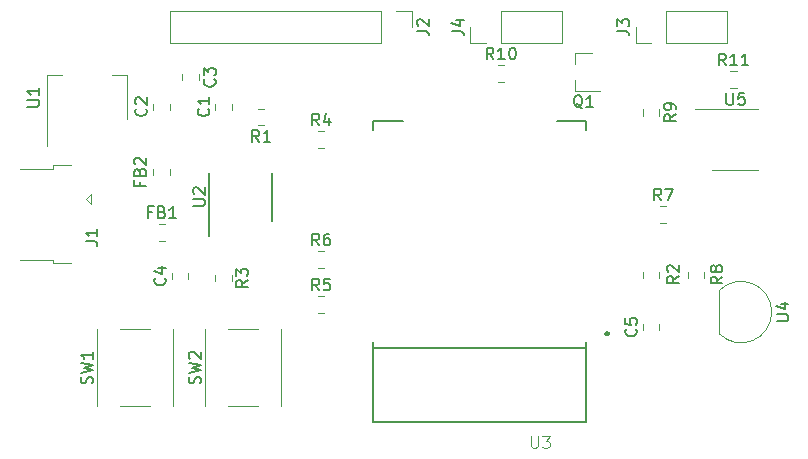
<source format=gbr>
G04 #@! TF.GenerationSoftware,KiCad,Pcbnew,(5.1.4)-1*
G04 #@! TF.CreationDate,2020-02-15T22:34:10+00:00*
G04 #@! TF.ProjectId,ESP32-Telemetry,45535033-322d-4546-956c-656d65747279,rev?*
G04 #@! TF.SameCoordinates,Original*
G04 #@! TF.FileFunction,Legend,Top*
G04 #@! TF.FilePolarity,Positive*
%FSLAX46Y46*%
G04 Gerber Fmt 4.6, Leading zero omitted, Abs format (unit mm)*
G04 Created by KiCad (PCBNEW (5.1.4)-1) date 2020-02-15 22:34:10*
%MOMM*%
%LPD*%
G04 APERTURE LIST*
%ADD10C,0.120000*%
%ADD11C,0.127000*%
%ADD12C,0.300000*%
%ADD13C,0.150000*%
%ADD14C,0.015000*%
G04 APERTURE END LIST*
D10*
X163910000Y-73080000D02*
X163910000Y-70420000D01*
X158770000Y-73080000D02*
X163910000Y-73080000D01*
X158770000Y-70420000D02*
X163910000Y-70420000D01*
X158770000Y-73080000D02*
X158770000Y-70420000D01*
X157500000Y-73080000D02*
X156170000Y-73080000D01*
X156170000Y-73080000D02*
X156170000Y-71750000D01*
X129278748Y-81990000D02*
X129801252Y-81990000D01*
X129278748Y-80570000D02*
X129801252Y-80570000D01*
X116710000Y-83738748D02*
X116710000Y-84261252D01*
X115290000Y-83738748D02*
X115290000Y-84261252D01*
X164615000Y-83840000D02*
X166565000Y-83840000D01*
X164615000Y-83840000D02*
X162665000Y-83840000D01*
X164615000Y-78720000D02*
X166565000Y-78720000D01*
X164615000Y-78720000D02*
X161165000Y-78720000D01*
X151005000Y-73985000D02*
X151005000Y-74915000D01*
X151005000Y-77145000D02*
X151005000Y-76215000D01*
X151005000Y-77145000D02*
X153165000Y-77145000D01*
X151005000Y-73985000D02*
X152465000Y-73985000D01*
X163250000Y-94085000D02*
X163250000Y-97685000D01*
X163261522Y-94046522D02*
G75*
G02X167700000Y-95885000I1838478J-1838478D01*
G01*
X163261522Y-97723478D02*
G75*
G03X167700000Y-95885000I1838478J1838478D01*
G01*
D11*
X151936600Y-98906000D02*
X134016600Y-98906000D01*
X133976600Y-80456000D02*
X133976600Y-79706000D01*
X136476600Y-79706000D02*
X133976600Y-79706000D01*
X151976600Y-79706000D02*
X149476600Y-79706000D01*
X151976600Y-80456000D02*
X151976600Y-79706000D01*
X133976600Y-105206000D02*
X133976600Y-98456000D01*
X151976600Y-105206000D02*
X133976600Y-105206000D01*
X151976600Y-98456000D02*
X151976600Y-105206000D01*
D12*
X153853600Y-97694000D02*
G75*
G03X153853600Y-97694000I-100000J0D01*
G01*
D10*
X160580000Y-92971252D02*
X160580000Y-92448748D01*
X162000000Y-92971252D02*
X162000000Y-92448748D01*
X164203748Y-75490000D02*
X164726252Y-75490000D01*
X164203748Y-76910000D02*
X164726252Y-76910000D01*
X156770000Y-92971252D02*
X156770000Y-92448748D01*
X158190000Y-92971252D02*
X158190000Y-92448748D01*
X121995000Y-78761252D02*
X121995000Y-78238748D01*
X120575000Y-78761252D02*
X120575000Y-78238748D01*
X115290000Y-78761252D02*
X115290000Y-78238748D01*
X116710000Y-78761252D02*
X116710000Y-78238748D01*
X119210000Y-75738748D02*
X119210000Y-76261252D01*
X117790000Y-75738748D02*
X117790000Y-76261252D01*
X116892000Y-93098252D02*
X116892000Y-92575748D01*
X118312000Y-93098252D02*
X118312000Y-92575748D01*
X158190000Y-97416252D02*
X158190000Y-96893748D01*
X156770000Y-97416252D02*
X156770000Y-96893748D01*
X115791348Y-89838600D02*
X116313852Y-89838600D01*
X115791348Y-88418600D02*
X116313852Y-88418600D01*
X106846600Y-83455000D02*
X108396600Y-83455000D01*
X106846600Y-83455000D02*
X106846600Y-83755000D01*
X104046600Y-83755000D02*
X106846600Y-83755000D01*
X106846600Y-91755000D02*
X108396600Y-91755000D01*
X106846600Y-91455000D02*
X106846600Y-91755000D01*
X104046600Y-91455000D02*
X106846600Y-91455000D01*
X110096600Y-86705000D02*
X109646600Y-86305000D01*
X110096600Y-85905000D02*
X110096600Y-86705000D01*
X109646600Y-86305000D02*
X110096600Y-85905000D01*
X116780000Y-70420000D02*
X116780000Y-73080000D01*
X134620000Y-70420000D02*
X116780000Y-70420000D01*
X134620000Y-73080000D02*
X116780000Y-73080000D01*
X134620000Y-70420000D02*
X134620000Y-73080000D01*
X135890000Y-70420000D02*
X137220000Y-70420000D01*
X137220000Y-70420000D02*
X137220000Y-71750000D01*
X142170000Y-73080000D02*
X142170000Y-71750000D01*
X143500000Y-73080000D02*
X142170000Y-73080000D01*
X144770000Y-73080000D02*
X144770000Y-70420000D01*
X144770000Y-70420000D02*
X149910000Y-70420000D01*
X144770000Y-73080000D02*
X149910000Y-73080000D01*
X149910000Y-73080000D02*
X149910000Y-70420000D01*
X124721252Y-80085000D02*
X124198748Y-80085000D01*
X124721252Y-78665000D02*
X124198748Y-78665000D01*
X120540000Y-92738748D02*
X120540000Y-93261252D01*
X121960000Y-92738748D02*
X121960000Y-93261252D01*
X129278748Y-95960000D02*
X129801252Y-95960000D01*
X129278748Y-94540000D02*
X129801252Y-94540000D01*
X129278748Y-90730000D02*
X129801252Y-90730000D01*
X129278748Y-92150000D02*
X129801252Y-92150000D01*
X158243748Y-88340000D02*
X158766252Y-88340000D01*
X158243748Y-86920000D02*
X158766252Y-86920000D01*
X156770000Y-78723748D02*
X156770000Y-79246252D01*
X158190000Y-78723748D02*
X158190000Y-79246252D01*
X144518748Y-74982000D02*
X145041252Y-74982000D01*
X144518748Y-76402000D02*
X145041252Y-76402000D01*
X110562000Y-97354000D02*
X110592000Y-97354000D01*
X117022000Y-97354000D02*
X116992000Y-97354000D01*
X117022000Y-103814000D02*
X116992000Y-103814000D01*
X110592000Y-103814000D02*
X110562000Y-103814000D01*
X112492000Y-97354000D02*
X115092000Y-97354000D01*
X110562000Y-103814000D02*
X110562000Y-97354000D01*
X112492000Y-103814000D02*
X115092000Y-103814000D01*
X117022000Y-103814000D02*
X117022000Y-97354000D01*
X126166000Y-103814000D02*
X126166000Y-97354000D01*
X121636000Y-103814000D02*
X124236000Y-103814000D01*
X119706000Y-103814000D02*
X119706000Y-97354000D01*
X121636000Y-97354000D02*
X124236000Y-97354000D01*
X119736000Y-103814000D02*
X119706000Y-103814000D01*
X126166000Y-103814000D02*
X126136000Y-103814000D01*
X126166000Y-97354000D02*
X126136000Y-97354000D01*
X119706000Y-97354000D02*
X119736000Y-97354000D01*
X113138000Y-75814000D02*
X111878000Y-75814000D01*
X106318000Y-75814000D02*
X107578000Y-75814000D01*
X113138000Y-79574000D02*
X113138000Y-75814000D01*
X106318000Y-81824000D02*
X106318000Y-75814000D01*
D13*
X125425000Y-88130000D02*
X125425000Y-84130000D01*
X120025000Y-89405000D02*
X120025000Y-84130000D01*
X154622380Y-72083333D02*
X155336666Y-72083333D01*
X155479523Y-72130952D01*
X155574761Y-72226190D01*
X155622380Y-72369047D01*
X155622380Y-72464285D01*
X154622380Y-71702380D02*
X154622380Y-71083333D01*
X155003333Y-71416666D01*
X155003333Y-71273809D01*
X155050952Y-71178571D01*
X155098571Y-71130952D01*
X155193809Y-71083333D01*
X155431904Y-71083333D01*
X155527142Y-71130952D01*
X155574761Y-71178571D01*
X155622380Y-71273809D01*
X155622380Y-71559523D01*
X155574761Y-71654761D01*
X155527142Y-71702380D01*
X129373333Y-80082380D02*
X129040000Y-79606190D01*
X128801904Y-80082380D02*
X128801904Y-79082380D01*
X129182857Y-79082380D01*
X129278095Y-79130000D01*
X129325714Y-79177619D01*
X129373333Y-79272857D01*
X129373333Y-79415714D01*
X129325714Y-79510952D01*
X129278095Y-79558571D01*
X129182857Y-79606190D01*
X128801904Y-79606190D01*
X130230476Y-79415714D02*
X130230476Y-80082380D01*
X129992380Y-79034761D02*
X129754285Y-79749047D01*
X130373333Y-79749047D01*
X114175971Y-84858733D02*
X114175971Y-85192066D01*
X114699780Y-85192066D02*
X113699780Y-85192066D01*
X113699780Y-84715876D01*
X114175971Y-84001590D02*
X114223590Y-83858733D01*
X114271209Y-83811114D01*
X114366447Y-83763495D01*
X114509304Y-83763495D01*
X114604542Y-83811114D01*
X114652161Y-83858733D01*
X114699780Y-83953971D01*
X114699780Y-84334923D01*
X113699780Y-84334923D01*
X113699780Y-84001590D01*
X113747400Y-83906352D01*
X113795019Y-83858733D01*
X113890257Y-83811114D01*
X113985495Y-83811114D01*
X114080733Y-83858733D01*
X114128352Y-83906352D01*
X114175971Y-84001590D01*
X114175971Y-84334923D01*
X113795019Y-83382542D02*
X113747400Y-83334923D01*
X113699780Y-83239685D01*
X113699780Y-83001590D01*
X113747400Y-82906352D01*
X113795019Y-82858733D01*
X113890257Y-82811114D01*
X113985495Y-82811114D01*
X114128352Y-82858733D01*
X114699780Y-83430161D01*
X114699780Y-82811114D01*
X163853095Y-77332380D02*
X163853095Y-78141904D01*
X163900714Y-78237142D01*
X163948333Y-78284761D01*
X164043571Y-78332380D01*
X164234047Y-78332380D01*
X164329285Y-78284761D01*
X164376904Y-78237142D01*
X164424523Y-78141904D01*
X164424523Y-77332380D01*
X165376904Y-77332380D02*
X164900714Y-77332380D01*
X164853095Y-77808571D01*
X164900714Y-77760952D01*
X164995952Y-77713333D01*
X165234047Y-77713333D01*
X165329285Y-77760952D01*
X165376904Y-77808571D01*
X165424523Y-77903809D01*
X165424523Y-78141904D01*
X165376904Y-78237142D01*
X165329285Y-78284761D01*
X165234047Y-78332380D01*
X164995952Y-78332380D01*
X164900714Y-78284761D01*
X164853095Y-78237142D01*
X151669761Y-78612619D02*
X151574523Y-78565000D01*
X151479285Y-78469761D01*
X151336428Y-78326904D01*
X151241190Y-78279285D01*
X151145952Y-78279285D01*
X151193571Y-78517380D02*
X151098333Y-78469761D01*
X151003095Y-78374523D01*
X150955476Y-78184047D01*
X150955476Y-77850714D01*
X151003095Y-77660238D01*
X151098333Y-77565000D01*
X151193571Y-77517380D01*
X151384047Y-77517380D01*
X151479285Y-77565000D01*
X151574523Y-77660238D01*
X151622142Y-77850714D01*
X151622142Y-78184047D01*
X151574523Y-78374523D01*
X151479285Y-78469761D01*
X151384047Y-78517380D01*
X151193571Y-78517380D01*
X152574523Y-78517380D02*
X152003095Y-78517380D01*
X152288809Y-78517380D02*
X152288809Y-77517380D01*
X152193571Y-77660238D01*
X152098333Y-77755476D01*
X152003095Y-77803095D01*
X168112380Y-96646904D02*
X168921904Y-96646904D01*
X169017142Y-96599285D01*
X169064761Y-96551666D01*
X169112380Y-96456428D01*
X169112380Y-96265952D01*
X169064761Y-96170714D01*
X169017142Y-96123095D01*
X168921904Y-96075476D01*
X168112380Y-96075476D01*
X168445714Y-95170714D02*
X169112380Y-95170714D01*
X168064761Y-95408809D02*
X168779047Y-95646904D01*
X168779047Y-95027857D01*
D14*
X147312393Y-106385516D02*
X147312393Y-107197220D01*
X147360140Y-107292714D01*
X147407888Y-107340461D01*
X147503382Y-107388209D01*
X147694371Y-107388209D01*
X147789866Y-107340461D01*
X147837613Y-107292714D01*
X147885360Y-107197220D01*
X147885360Y-106385516D01*
X148267339Y-106385516D02*
X148888053Y-106385516D01*
X148553822Y-106767494D01*
X148697064Y-106767494D01*
X148792559Y-106815241D01*
X148840306Y-106862989D01*
X148888053Y-106958483D01*
X148888053Y-107197220D01*
X148840306Y-107292714D01*
X148792559Y-107340461D01*
X148697064Y-107388209D01*
X148410581Y-107388209D01*
X148315086Y-107340461D01*
X148267339Y-107292714D01*
D13*
X163520380Y-92876666D02*
X163044190Y-93210000D01*
X163520380Y-93448095D02*
X162520380Y-93448095D01*
X162520380Y-93067142D01*
X162568000Y-92971904D01*
X162615619Y-92924285D01*
X162710857Y-92876666D01*
X162853714Y-92876666D01*
X162948952Y-92924285D01*
X162996571Y-92971904D01*
X163044190Y-93067142D01*
X163044190Y-93448095D01*
X162948952Y-92305238D02*
X162901333Y-92400476D01*
X162853714Y-92448095D01*
X162758476Y-92495714D01*
X162710857Y-92495714D01*
X162615619Y-92448095D01*
X162568000Y-92400476D01*
X162520380Y-92305238D01*
X162520380Y-92114761D01*
X162568000Y-92019523D01*
X162615619Y-91971904D01*
X162710857Y-91924285D01*
X162758476Y-91924285D01*
X162853714Y-91971904D01*
X162901333Y-92019523D01*
X162948952Y-92114761D01*
X162948952Y-92305238D01*
X162996571Y-92400476D01*
X163044190Y-92448095D01*
X163139428Y-92495714D01*
X163329904Y-92495714D01*
X163425142Y-92448095D01*
X163472761Y-92400476D01*
X163520380Y-92305238D01*
X163520380Y-92114761D01*
X163472761Y-92019523D01*
X163425142Y-91971904D01*
X163329904Y-91924285D01*
X163139428Y-91924285D01*
X163044190Y-91971904D01*
X162996571Y-92019523D01*
X162948952Y-92114761D01*
X163822142Y-75002380D02*
X163488809Y-74526190D01*
X163250714Y-75002380D02*
X163250714Y-74002380D01*
X163631666Y-74002380D01*
X163726904Y-74050000D01*
X163774523Y-74097619D01*
X163822142Y-74192857D01*
X163822142Y-74335714D01*
X163774523Y-74430952D01*
X163726904Y-74478571D01*
X163631666Y-74526190D01*
X163250714Y-74526190D01*
X164774523Y-75002380D02*
X164203095Y-75002380D01*
X164488809Y-75002380D02*
X164488809Y-74002380D01*
X164393571Y-74145238D01*
X164298333Y-74240476D01*
X164203095Y-74288095D01*
X165726904Y-75002380D02*
X165155476Y-75002380D01*
X165441190Y-75002380D02*
X165441190Y-74002380D01*
X165345952Y-74145238D01*
X165250714Y-74240476D01*
X165155476Y-74288095D01*
X159830380Y-92848666D02*
X159354190Y-93182000D01*
X159830380Y-93420095D02*
X158830380Y-93420095D01*
X158830380Y-93039142D01*
X158878000Y-92943904D01*
X158925619Y-92896285D01*
X159020857Y-92848666D01*
X159163714Y-92848666D01*
X159258952Y-92896285D01*
X159306571Y-92943904D01*
X159354190Y-93039142D01*
X159354190Y-93420095D01*
X158925619Y-92467714D02*
X158878000Y-92420095D01*
X158830380Y-92324857D01*
X158830380Y-92086761D01*
X158878000Y-91991523D01*
X158925619Y-91943904D01*
X159020857Y-91896285D01*
X159116095Y-91896285D01*
X159258952Y-91943904D01*
X159830380Y-92515333D01*
X159830380Y-91896285D01*
X119992142Y-78666666D02*
X120039761Y-78714285D01*
X120087380Y-78857142D01*
X120087380Y-78952380D01*
X120039761Y-79095238D01*
X119944523Y-79190476D01*
X119849285Y-79238095D01*
X119658809Y-79285714D01*
X119515952Y-79285714D01*
X119325476Y-79238095D01*
X119230238Y-79190476D01*
X119135000Y-79095238D01*
X119087380Y-78952380D01*
X119087380Y-78857142D01*
X119135000Y-78714285D01*
X119182619Y-78666666D01*
X120087380Y-77714285D02*
X120087380Y-78285714D01*
X120087380Y-78000000D02*
X119087380Y-78000000D01*
X119230238Y-78095238D01*
X119325476Y-78190476D01*
X119373095Y-78285714D01*
X114707142Y-78666666D02*
X114754761Y-78714285D01*
X114802380Y-78857142D01*
X114802380Y-78952380D01*
X114754761Y-79095238D01*
X114659523Y-79190476D01*
X114564285Y-79238095D01*
X114373809Y-79285714D01*
X114230952Y-79285714D01*
X114040476Y-79238095D01*
X113945238Y-79190476D01*
X113850000Y-79095238D01*
X113802380Y-78952380D01*
X113802380Y-78857142D01*
X113850000Y-78714285D01*
X113897619Y-78666666D01*
X113897619Y-78285714D02*
X113850000Y-78238095D01*
X113802380Y-78142857D01*
X113802380Y-77904761D01*
X113850000Y-77809523D01*
X113897619Y-77761904D01*
X113992857Y-77714285D01*
X114088095Y-77714285D01*
X114230952Y-77761904D01*
X114802380Y-78333333D01*
X114802380Y-77714285D01*
X120507142Y-76166666D02*
X120554761Y-76214285D01*
X120602380Y-76357142D01*
X120602380Y-76452380D01*
X120554761Y-76595238D01*
X120459523Y-76690476D01*
X120364285Y-76738095D01*
X120173809Y-76785714D01*
X120030952Y-76785714D01*
X119840476Y-76738095D01*
X119745238Y-76690476D01*
X119650000Y-76595238D01*
X119602380Y-76452380D01*
X119602380Y-76357142D01*
X119650000Y-76214285D01*
X119697619Y-76166666D01*
X119602380Y-75833333D02*
X119602380Y-75214285D01*
X119983333Y-75547619D01*
X119983333Y-75404761D01*
X120030952Y-75309523D01*
X120078571Y-75261904D01*
X120173809Y-75214285D01*
X120411904Y-75214285D01*
X120507142Y-75261904D01*
X120554761Y-75309523D01*
X120602380Y-75404761D01*
X120602380Y-75690476D01*
X120554761Y-75785714D01*
X120507142Y-75833333D01*
X116309142Y-93003666D02*
X116356761Y-93051285D01*
X116404380Y-93194142D01*
X116404380Y-93289380D01*
X116356761Y-93432238D01*
X116261523Y-93527476D01*
X116166285Y-93575095D01*
X115975809Y-93622714D01*
X115832952Y-93622714D01*
X115642476Y-93575095D01*
X115547238Y-93527476D01*
X115452000Y-93432238D01*
X115404380Y-93289380D01*
X115404380Y-93194142D01*
X115452000Y-93051285D01*
X115499619Y-93003666D01*
X115737714Y-92146523D02*
X116404380Y-92146523D01*
X115356761Y-92384619D02*
X116071047Y-92622714D01*
X116071047Y-92003666D01*
X156187142Y-97321666D02*
X156234761Y-97369285D01*
X156282380Y-97512142D01*
X156282380Y-97607380D01*
X156234761Y-97750238D01*
X156139523Y-97845476D01*
X156044285Y-97893095D01*
X155853809Y-97940714D01*
X155710952Y-97940714D01*
X155520476Y-97893095D01*
X155425238Y-97845476D01*
X155330000Y-97750238D01*
X155282380Y-97607380D01*
X155282380Y-97512142D01*
X155330000Y-97369285D01*
X155377619Y-97321666D01*
X155282380Y-96416904D02*
X155282380Y-96893095D01*
X155758571Y-96940714D01*
X155710952Y-96893095D01*
X155663333Y-96797857D01*
X155663333Y-96559761D01*
X155710952Y-96464523D01*
X155758571Y-96416904D01*
X155853809Y-96369285D01*
X156091904Y-96369285D01*
X156187142Y-96416904D01*
X156234761Y-96464523D01*
X156282380Y-96559761D01*
X156282380Y-96797857D01*
X156234761Y-96893095D01*
X156187142Y-96940714D01*
X115219266Y-87407171D02*
X114885933Y-87407171D01*
X114885933Y-87930980D02*
X114885933Y-86930980D01*
X115362123Y-86930980D01*
X116076409Y-87407171D02*
X116219266Y-87454790D01*
X116266885Y-87502409D01*
X116314504Y-87597647D01*
X116314504Y-87740504D01*
X116266885Y-87835742D01*
X116219266Y-87883361D01*
X116124028Y-87930980D01*
X115743076Y-87930980D01*
X115743076Y-86930980D01*
X116076409Y-86930980D01*
X116171647Y-86978600D01*
X116219266Y-87026219D01*
X116266885Y-87121457D01*
X116266885Y-87216695D01*
X116219266Y-87311933D01*
X116171647Y-87359552D01*
X116076409Y-87407171D01*
X115743076Y-87407171D01*
X117266885Y-87930980D02*
X116695457Y-87930980D01*
X116981171Y-87930980D02*
X116981171Y-86930980D01*
X116885933Y-87073838D01*
X116790695Y-87169076D01*
X116695457Y-87216695D01*
X109598980Y-89888333D02*
X110313266Y-89888333D01*
X110456123Y-89935952D01*
X110551361Y-90031190D01*
X110598980Y-90174047D01*
X110598980Y-90269285D01*
X110598980Y-88888333D02*
X110598980Y-89459761D01*
X110598980Y-89174047D02*
X109598980Y-89174047D01*
X109741838Y-89269285D01*
X109837076Y-89364523D01*
X109884695Y-89459761D01*
X137672380Y-72083333D02*
X138386666Y-72083333D01*
X138529523Y-72130952D01*
X138624761Y-72226190D01*
X138672380Y-72369047D01*
X138672380Y-72464285D01*
X137767619Y-71654761D02*
X137720000Y-71607142D01*
X137672380Y-71511904D01*
X137672380Y-71273809D01*
X137720000Y-71178571D01*
X137767619Y-71130952D01*
X137862857Y-71083333D01*
X137958095Y-71083333D01*
X138100952Y-71130952D01*
X138672380Y-71702380D01*
X138672380Y-71083333D01*
X140622380Y-72083333D02*
X141336666Y-72083333D01*
X141479523Y-72130952D01*
X141574761Y-72226190D01*
X141622380Y-72369047D01*
X141622380Y-72464285D01*
X140955714Y-71178571D02*
X141622380Y-71178571D01*
X140574761Y-71416666D02*
X141289047Y-71654761D01*
X141289047Y-71035714D01*
X124293333Y-81477380D02*
X123960000Y-81001190D01*
X123721904Y-81477380D02*
X123721904Y-80477380D01*
X124102857Y-80477380D01*
X124198095Y-80525000D01*
X124245714Y-80572619D01*
X124293333Y-80667857D01*
X124293333Y-80810714D01*
X124245714Y-80905952D01*
X124198095Y-80953571D01*
X124102857Y-81001190D01*
X123721904Y-81001190D01*
X125245714Y-81477380D02*
X124674285Y-81477380D01*
X124960000Y-81477380D02*
X124960000Y-80477380D01*
X124864761Y-80620238D01*
X124769523Y-80715476D01*
X124674285Y-80763095D01*
X123352380Y-93166666D02*
X122876190Y-93500000D01*
X123352380Y-93738095D02*
X122352380Y-93738095D01*
X122352380Y-93357142D01*
X122400000Y-93261904D01*
X122447619Y-93214285D01*
X122542857Y-93166666D01*
X122685714Y-93166666D01*
X122780952Y-93214285D01*
X122828571Y-93261904D01*
X122876190Y-93357142D01*
X122876190Y-93738095D01*
X122352380Y-92833333D02*
X122352380Y-92214285D01*
X122733333Y-92547619D01*
X122733333Y-92404761D01*
X122780952Y-92309523D01*
X122828571Y-92261904D01*
X122923809Y-92214285D01*
X123161904Y-92214285D01*
X123257142Y-92261904D01*
X123304761Y-92309523D01*
X123352380Y-92404761D01*
X123352380Y-92690476D01*
X123304761Y-92785714D01*
X123257142Y-92833333D01*
X129373333Y-94052380D02*
X129040000Y-93576190D01*
X128801904Y-94052380D02*
X128801904Y-93052380D01*
X129182857Y-93052380D01*
X129278095Y-93100000D01*
X129325714Y-93147619D01*
X129373333Y-93242857D01*
X129373333Y-93385714D01*
X129325714Y-93480952D01*
X129278095Y-93528571D01*
X129182857Y-93576190D01*
X128801904Y-93576190D01*
X130278095Y-93052380D02*
X129801904Y-93052380D01*
X129754285Y-93528571D01*
X129801904Y-93480952D01*
X129897142Y-93433333D01*
X130135238Y-93433333D01*
X130230476Y-93480952D01*
X130278095Y-93528571D01*
X130325714Y-93623809D01*
X130325714Y-93861904D01*
X130278095Y-93957142D01*
X130230476Y-94004761D01*
X130135238Y-94052380D01*
X129897142Y-94052380D01*
X129801904Y-94004761D01*
X129754285Y-93957142D01*
X129373333Y-90242380D02*
X129040000Y-89766190D01*
X128801904Y-90242380D02*
X128801904Y-89242380D01*
X129182857Y-89242380D01*
X129278095Y-89290000D01*
X129325714Y-89337619D01*
X129373333Y-89432857D01*
X129373333Y-89575714D01*
X129325714Y-89670952D01*
X129278095Y-89718571D01*
X129182857Y-89766190D01*
X128801904Y-89766190D01*
X130230476Y-89242380D02*
X130040000Y-89242380D01*
X129944761Y-89290000D01*
X129897142Y-89337619D01*
X129801904Y-89480476D01*
X129754285Y-89670952D01*
X129754285Y-90051904D01*
X129801904Y-90147142D01*
X129849523Y-90194761D01*
X129944761Y-90242380D01*
X130135238Y-90242380D01*
X130230476Y-90194761D01*
X130278095Y-90147142D01*
X130325714Y-90051904D01*
X130325714Y-89813809D01*
X130278095Y-89718571D01*
X130230476Y-89670952D01*
X130135238Y-89623333D01*
X129944761Y-89623333D01*
X129849523Y-89670952D01*
X129801904Y-89718571D01*
X129754285Y-89813809D01*
X158338333Y-86432380D02*
X158005000Y-85956190D01*
X157766904Y-86432380D02*
X157766904Y-85432380D01*
X158147857Y-85432380D01*
X158243095Y-85480000D01*
X158290714Y-85527619D01*
X158338333Y-85622857D01*
X158338333Y-85765714D01*
X158290714Y-85860952D01*
X158243095Y-85908571D01*
X158147857Y-85956190D01*
X157766904Y-85956190D01*
X158671666Y-85432380D02*
X159338333Y-85432380D01*
X158909761Y-86432380D01*
X159582380Y-79151666D02*
X159106190Y-79485000D01*
X159582380Y-79723095D02*
X158582380Y-79723095D01*
X158582380Y-79342142D01*
X158630000Y-79246904D01*
X158677619Y-79199285D01*
X158772857Y-79151666D01*
X158915714Y-79151666D01*
X159010952Y-79199285D01*
X159058571Y-79246904D01*
X159106190Y-79342142D01*
X159106190Y-79723095D01*
X159582380Y-78675476D02*
X159582380Y-78485000D01*
X159534761Y-78389761D01*
X159487142Y-78342142D01*
X159344285Y-78246904D01*
X159153809Y-78199285D01*
X158772857Y-78199285D01*
X158677619Y-78246904D01*
X158630000Y-78294523D01*
X158582380Y-78389761D01*
X158582380Y-78580238D01*
X158630000Y-78675476D01*
X158677619Y-78723095D01*
X158772857Y-78770714D01*
X159010952Y-78770714D01*
X159106190Y-78723095D01*
X159153809Y-78675476D01*
X159201428Y-78580238D01*
X159201428Y-78389761D01*
X159153809Y-78294523D01*
X159106190Y-78246904D01*
X159010952Y-78199285D01*
X144137142Y-74494380D02*
X143803809Y-74018190D01*
X143565714Y-74494380D02*
X143565714Y-73494380D01*
X143946666Y-73494380D01*
X144041904Y-73542000D01*
X144089523Y-73589619D01*
X144137142Y-73684857D01*
X144137142Y-73827714D01*
X144089523Y-73922952D01*
X144041904Y-73970571D01*
X143946666Y-74018190D01*
X143565714Y-74018190D01*
X145089523Y-74494380D02*
X144518095Y-74494380D01*
X144803809Y-74494380D02*
X144803809Y-73494380D01*
X144708571Y-73637238D01*
X144613333Y-73732476D01*
X144518095Y-73780095D01*
X145708571Y-73494380D02*
X145803809Y-73494380D01*
X145899047Y-73542000D01*
X145946666Y-73589619D01*
X145994285Y-73684857D01*
X146041904Y-73875333D01*
X146041904Y-74113428D01*
X145994285Y-74303904D01*
X145946666Y-74399142D01*
X145899047Y-74446761D01*
X145803809Y-74494380D01*
X145708571Y-74494380D01*
X145613333Y-74446761D01*
X145565714Y-74399142D01*
X145518095Y-74303904D01*
X145470476Y-74113428D01*
X145470476Y-73875333D01*
X145518095Y-73684857D01*
X145565714Y-73589619D01*
X145613333Y-73542000D01*
X145708571Y-73494380D01*
X110146761Y-101917333D02*
X110194380Y-101774476D01*
X110194380Y-101536380D01*
X110146761Y-101441142D01*
X110099142Y-101393523D01*
X110003904Y-101345904D01*
X109908666Y-101345904D01*
X109813428Y-101393523D01*
X109765809Y-101441142D01*
X109718190Y-101536380D01*
X109670571Y-101726857D01*
X109622952Y-101822095D01*
X109575333Y-101869714D01*
X109480095Y-101917333D01*
X109384857Y-101917333D01*
X109289619Y-101869714D01*
X109242000Y-101822095D01*
X109194380Y-101726857D01*
X109194380Y-101488761D01*
X109242000Y-101345904D01*
X109194380Y-101012571D02*
X110194380Y-100774476D01*
X109480095Y-100584000D01*
X110194380Y-100393523D01*
X109194380Y-100155428D01*
X110194380Y-99250666D02*
X110194380Y-99822095D01*
X110194380Y-99536380D02*
X109194380Y-99536380D01*
X109337238Y-99631619D01*
X109432476Y-99726857D01*
X109480095Y-99822095D01*
X119290761Y-101917333D02*
X119338380Y-101774476D01*
X119338380Y-101536380D01*
X119290761Y-101441142D01*
X119243142Y-101393523D01*
X119147904Y-101345904D01*
X119052666Y-101345904D01*
X118957428Y-101393523D01*
X118909809Y-101441142D01*
X118862190Y-101536380D01*
X118814571Y-101726857D01*
X118766952Y-101822095D01*
X118719333Y-101869714D01*
X118624095Y-101917333D01*
X118528857Y-101917333D01*
X118433619Y-101869714D01*
X118386000Y-101822095D01*
X118338380Y-101726857D01*
X118338380Y-101488761D01*
X118386000Y-101345904D01*
X118338380Y-101012571D02*
X119338380Y-100774476D01*
X118624095Y-100584000D01*
X119338380Y-100393523D01*
X118338380Y-100155428D01*
X118433619Y-99822095D02*
X118386000Y-99774476D01*
X118338380Y-99679238D01*
X118338380Y-99441142D01*
X118386000Y-99345904D01*
X118433619Y-99298285D01*
X118528857Y-99250666D01*
X118624095Y-99250666D01*
X118766952Y-99298285D01*
X119338380Y-99869714D01*
X119338380Y-99250666D01*
X104680380Y-78485904D02*
X105489904Y-78485904D01*
X105585142Y-78438285D01*
X105632761Y-78390666D01*
X105680380Y-78295428D01*
X105680380Y-78104952D01*
X105632761Y-78009714D01*
X105585142Y-77962095D01*
X105489904Y-77914476D01*
X104680380Y-77914476D01*
X105680380Y-76914476D02*
X105680380Y-77485904D01*
X105680380Y-77200190D02*
X104680380Y-77200190D01*
X104823238Y-77295428D01*
X104918476Y-77390666D01*
X104966095Y-77485904D01*
X118702380Y-86891904D02*
X119511904Y-86891904D01*
X119607142Y-86844285D01*
X119654761Y-86796666D01*
X119702380Y-86701428D01*
X119702380Y-86510952D01*
X119654761Y-86415714D01*
X119607142Y-86368095D01*
X119511904Y-86320476D01*
X118702380Y-86320476D01*
X118797619Y-85891904D02*
X118750000Y-85844285D01*
X118702380Y-85749047D01*
X118702380Y-85510952D01*
X118750000Y-85415714D01*
X118797619Y-85368095D01*
X118892857Y-85320476D01*
X118988095Y-85320476D01*
X119130952Y-85368095D01*
X119702380Y-85939523D01*
X119702380Y-85320476D01*
M02*

</source>
